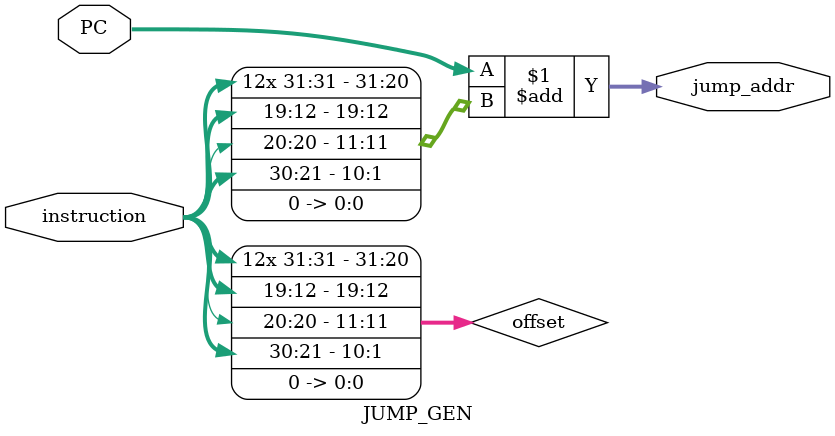
<source format=v>
`timescale 1ns / 1ps

module JUMP_GEN(instruction,jump_addr,PC);
    input [31:0] instruction;
    output [31:0] jump_addr;
    input [31:0] PC;
    
    wire [31:0] offset;
    assign offset = {{11{instruction[31]}}, instruction[31], instruction[19:12], instruction[20], instruction[30:21], 1'b0};
    assign jump_addr = PC + offset; 
    
endmodule

</source>
